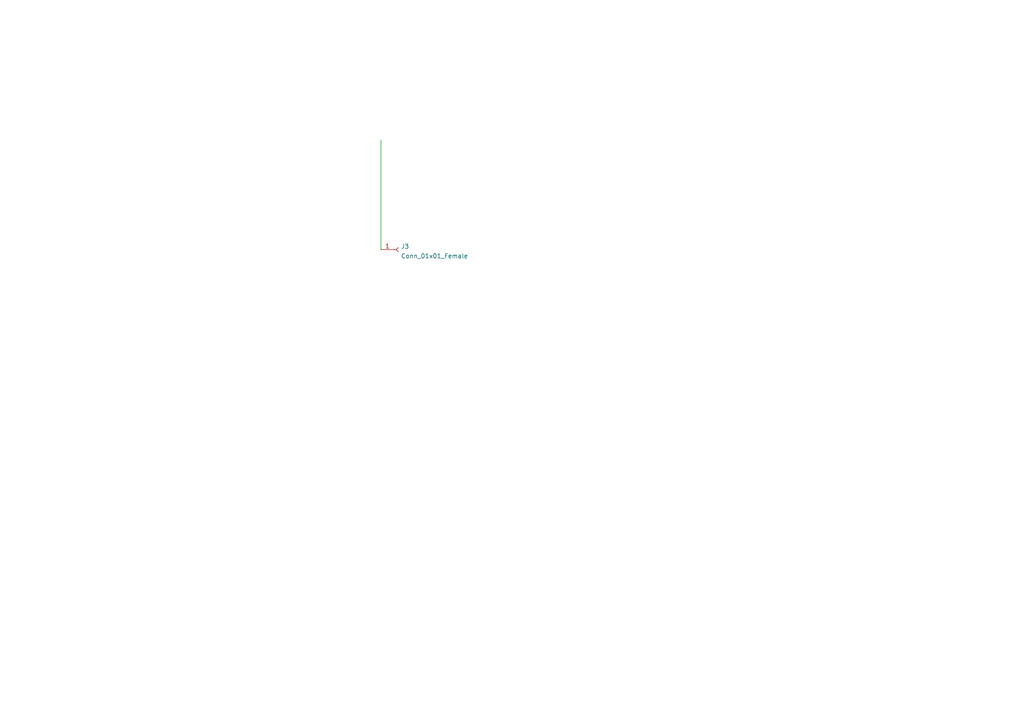
<source format=kicad_sch>
(kicad_sch (version 20211123) (generator eeschema)

  (uuid 93f9a4ec-6178-4177-96ea-b1e29968ed97)

  (paper "A4")

  (lib_symbols
    (symbol "Connector:Conn_01x01_Female" (pin_names (offset 1.016) hide) (in_bom yes) (on_board yes)
      (property "Reference" "J" (id 0) (at 0 2.54 0)
        (effects (font (size 1.27 1.27)))
      )
      (property "Value" "Conn_01x01_Female" (id 1) (at 0 -2.54 0)
        (effects (font (size 1.27 1.27)))
      )
      (property "Footprint" "" (id 2) (at 0 0 0)
        (effects (font (size 1.27 1.27)) hide)
      )
      (property "Datasheet" "~" (id 3) (at 0 0 0)
        (effects (font (size 1.27 1.27)) hide)
      )
      (property "ki_keywords" "connector" (id 4) (at 0 0 0)
        (effects (font (size 1.27 1.27)) hide)
      )
      (property "ki_description" "Generic connector, single row, 01x01, script generated (kicad-library-utils/schlib/autogen/connector/)" (id 5) (at 0 0 0)
        (effects (font (size 1.27 1.27)) hide)
      )
      (property "ki_fp_filters" "Connector*:*" (id 6) (at 0 0 0)
        (effects (font (size 1.27 1.27)) hide)
      )
      (symbol "Conn_01x01_Female_1_1"
        (polyline
          (pts
            (xy -1.27 0)
            (xy -0.508 0)
          )
          (stroke (width 0.1524) (type default) (color 0 0 0 0))
          (fill (type none))
        )
        (arc (start 0 0.508) (mid -0.508 0) (end 0 -0.508)
          (stroke (width 0.1524) (type default) (color 0 0 0 0))
          (fill (type none))
        )
        (pin passive line (at -5.08 0 0) (length 3.81)
          (name "Pin_1" (effects (font (size 1.27 1.27))))
          (number "1" (effects (font (size 1.27 1.27))))
        )
      )
    )
  )


  (wire (pts (xy 110.49 40.64) (xy 110.49 72.39))
    (stroke (width 0) (type default) (color 0 0 0 0))
    (uuid 734401d6-9293-494d-a5e8-a2b2e14f15d6)
  )

  (symbol (lib_id "Connector:Conn_01x01_Female") (at 115.57 72.39 0) (unit 1)
    (in_bom yes) (on_board yes) (fields_autoplaced)
    (uuid 40d236e5-9bcf-443e-907f-a08851b83ac0)
    (property "Reference" "J3" (id 0) (at 116.2812 71.4815 0)
      (effects (font (size 1.27 1.27)) (justify left))
    )
    (property "Value" "Conn_01x01_Female" (id 1) (at 116.2812 74.2566 0)
      (effects (font (size 1.27 1.27)) (justify left))
    )
    (property "Footprint" "CheshBits:SIP-1" (id 2) (at 115.57 72.39 0)
      (effects (font (size 1.27 1.27)) hide)
    )
    (property "Datasheet" "~" (id 3) (at 115.57 72.39 0)
      (effects (font (size 1.27 1.27)) hide)
    )
    (pin "1" (uuid 50eed65d-6aaf-4aaf-8157-23f07c48c7b1))
  )

  (sheet_instances
    (path "/" (page "1"))
  )

  (symbol_instances
    (path "/40d236e5-9bcf-443e-907f-a08851b83ac0"
      (reference "J3") (unit 1) (value "Conn_01x01_Female") (footprint "CheshBits:SIP-1")
    )
  )
)

</source>
